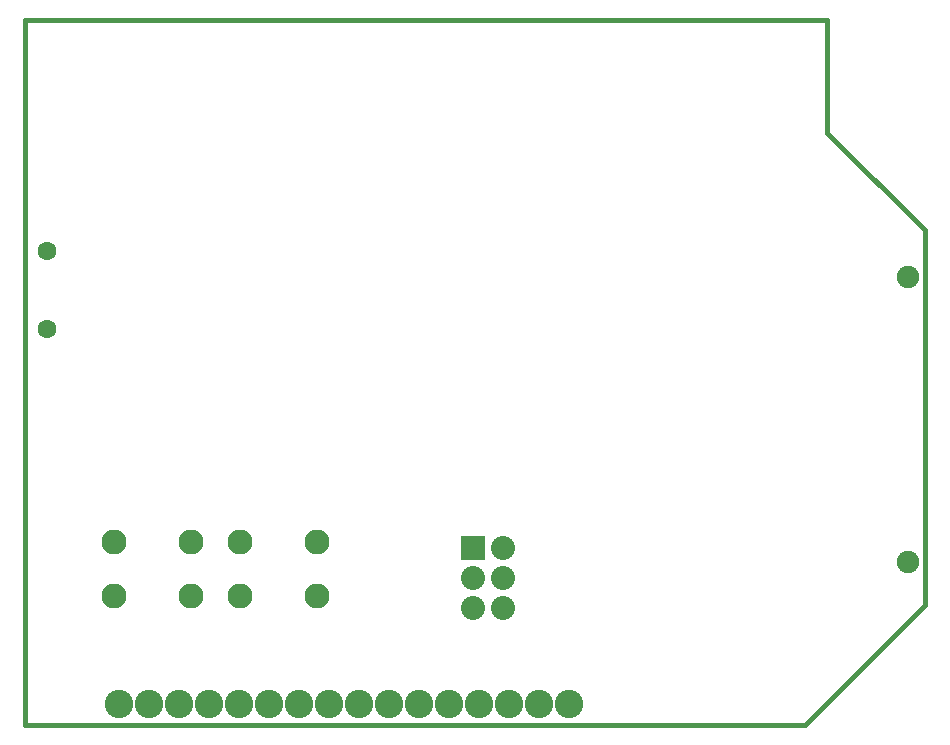
<source format=gbs>
G04 (created by PCBNEW-RS274X (2012-01-19 BZR 3256)-stable) date 6/8/2014 1:57:20 PM*
G01*
G70*
G90*
%MOIN*%
G04 Gerber Fmt 3.4, Leading zero omitted, Abs format*
%FSLAX34Y34*%
G04 APERTURE LIST*
%ADD10C,0.006000*%
%ADD11C,0.015000*%
%ADD12C,0.075100*%
%ADD13C,0.063300*%
%ADD14C,0.094800*%
%ADD15C,0.083000*%
%ADD16R,0.080000X0.080000*%
%ADD17C,0.080000*%
G04 APERTURE END LIST*
G54D10*
G54D11*
X73750Y-58500D02*
X65000Y-58500D01*
X77750Y-54500D02*
X73750Y-58500D01*
X47750Y-35000D02*
X48250Y-35000D01*
X47750Y-56250D02*
X47750Y-35000D01*
X65000Y-58500D02*
X47750Y-58500D01*
X77750Y-42000D02*
X77750Y-54500D01*
X74500Y-38750D02*
X77750Y-42000D01*
X74500Y-35000D02*
X74500Y-38750D01*
X48250Y-35000D02*
X74500Y-35000D01*
X47750Y-58500D02*
X47750Y-56250D01*
G54D12*
X77183Y-43551D03*
X77183Y-53059D03*
G54D13*
X48500Y-45299D03*
X48500Y-42701D03*
G54D14*
X50900Y-57800D03*
X51900Y-57800D03*
X52900Y-57800D03*
X53900Y-57800D03*
X54900Y-57800D03*
X55900Y-57800D03*
X56900Y-57800D03*
X57900Y-57800D03*
X58900Y-57800D03*
X59900Y-57800D03*
X60900Y-57800D03*
X61900Y-57800D03*
X62900Y-57800D03*
X63900Y-57800D03*
X64900Y-57800D03*
X65900Y-57800D03*
G54D15*
X57480Y-54186D03*
X54920Y-54186D03*
X57480Y-52414D03*
X54920Y-52414D03*
X53280Y-54186D03*
X50720Y-54186D03*
X53280Y-52414D03*
X50720Y-52414D03*
G54D16*
X62700Y-52600D03*
G54D17*
X63700Y-52600D03*
X62700Y-53600D03*
X63700Y-53600D03*
X62700Y-54600D03*
X63700Y-54600D03*
M02*

</source>
